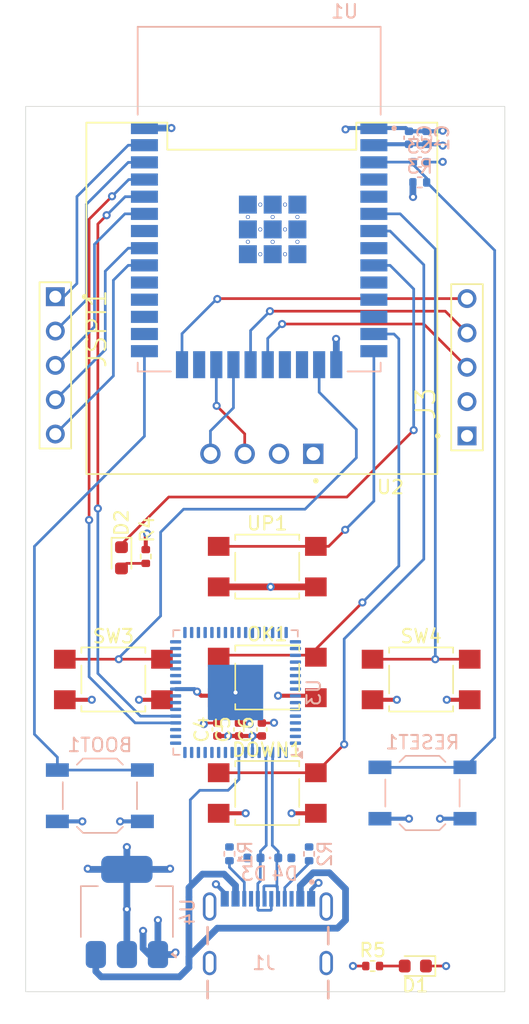
<source format=kicad_pcb>
(kicad_pcb (version 20241229) (generator "pcbnew") (generator_version "9.0")
  (title_block (title "ESP32 DEV BOARD") (rev "1"))
  (layers (0 "F.Cu" signal) (4 "In1.Cu" signal) (6 "In2.Cu" signal) (2 "B.Cu" signal) (13 "F.Paste" user) (15 "B.Paste" user) (5 "F.SilkS" user "F.Silkscreen") (7 "B.SilkS" user "B.Silkscreen") (1 "F.Mask" user) (3 "B.Mask" user) (25 "Edge.Cuts" user))
  (net 0 "")
  (net 1 "GND")
  (net 2 "/SCK")
  (net 3 "/MOSI")
  (net 4 "/MISO")
  (net 5 "/IRQ")
  (net 8 "/IO20")
  (net 9 "/IO19")
  (net 10 "/IO24")
  (net 11 "/BOOT")
  (net 17 "/SW1")
  (net 18 "/SW2")
  (net 19 "/SW3")
  (net 20 "/SW4")
  (net 21 "/CS{slash}SDA")
  (net 23 "SHELL_GND")
  (net 24 "SHELL_GND_1")
  (net 25 "VBUS")
  (net 26 "/D+")
  (net 27 "/D-")
  (net 28 "Net-(J1-CC2)")
  (net 30 "SHELL_GND_2")
  (net 31 "Net-(J1-CC1)")
  (net 32 "/RESET")
  (net 36 "SHELL_GND_3")
  (net 49 "/SW5")
  (net 50 "/Status LED")
  (net 53 "Net-(D2-A)")
  (net 54 "/SCL")
  (net 60 "/SDA")
  (net 62 "/3v3")
  (net 63 "/RST")
  (net 64 "/RX")
  (net 65 "/TX")
  (net 66 "Net-(D1-A)")
  (footprint "Button_Switch_SMD:SW_SPST_TL3305A" (layer "F.Cu") (at 100.9 96.4)
    (property "Reference" "SW3")
    (property "Value" "SW_SPST")
  )
  (footprint "5_pin_connector:5_pin_connector" (layer "F.Cu") (at 127.1 73.3 90)
    (property "Reference" "J3")
    (property "Value" "5-146280-5")
  )
  (footprint "Capacitor_SMD:C_0402_1005Metric" (layer "F.Cu") (at 108.6 100.1 90)
    (property "Reference" "C4")
    (property "Value" "10uF")
  )
  (footprint "Button_Switch_SMD:SW_SPST_TL3305A" (layer "F.Cu") (at 112.3 88.05)
    (property "Reference" "UP1")
    (property "Value" "SW_SPST")
  )
  (footprint "Button_Switch_SMD:SW_SPST_TL3305A" (layer "F.Cu") (at 123.7 96.4)
    (property "Reference" "SW4")
    (property "Value" "SW_SPST")
  )
  (footprint "Button_Switch_SMD:SW_SPST_TL3305A" (layer "F.Cu") (at 112.3 96.25)
    (property "Reference" "OK1")
    (property "Value" "SW_SPST")
  )
  (footprint "Resistor_SMD:R_0402_1005Metric" (layer "F.Cu") (at 120.11 117.6)
    (property "Reference" "R5")
    (property "Value" "1k")
  )
  (footprint "LED_SMD:LED_0603_1608Metric" (layer "F.Cu") (at 101.5 87.4 -90)
    (property "Reference" "D2")
    (property "Value" "LED")
  )
  (footprint "Resistor_SMD:R_0402_1005Metric" (layer "F.Cu") (at 103.3 87.3 -90)
    (property "Reference" "R4")
    (property "Value" "1k")
  )
  (footprint "Capacitor_SMD:C_0402_1005Metric" (layer "F.Cu") (at 110.2 100.1 90)
    (property "Reference" "C5")
    (property "Value" "1uF")
  )
  (footprint "OLED096-ssd1306:OLED096-ssd1306" (layer "F.Cu") (at 111.9 68.2 180)
    (property "Reference" "U2")
    (property "Value" "DM-OLED096-636")
  )
  (footprint "LED_SMD:LED_0603_1608Metric" (layer "F.Cu") (at 123.27 117.6 180)
    (property "Reference" "D1")
    (property "Value" "PWR LED")
  )
  (footprint "Capacitor_SMD:C_0402_1005Metric" (layer "F.Cu") (at 111.9 100.1 90)
    (property "Reference" "C6")
    (property "Value" "100nF")
  )
  (footprint "Button_Switch_SMD:SW_SPST_TL3305A" (layer "F.Cu") (at 112.3 104.8)
    (property "Reference" "DOWN1")
    (property "Value" "SW_SPST")
  )
  (footprint "5_pin_connector:5_pin_connector" (layer "F.Cu") (at 96.6 73.16 -90)
    (property "Reference" "JSPI1")
    (property "Value" "5-146280-5")
  )
  (footprint "Button_Switch_SMD:SW_SPST_TL3342" (layer "B.Cu") (at 123.8 104.8 180)
    (property "Reference" "RESET1")
    (property "Value" "SW_SPST")
  )
  (footprint "Capacitor_SMD:C_0402_1005Metric" (layer "B.Cu") (at 123.6 58.12 180)
    (property "Reference" "C3")
    (property "Value" "1uF")
  )
  (footprint "Resistor_SMD:R_0402_1005Metric" (layer "B.Cu") (at 109.5 109.3 90)
    (property "Reference" "R1")
    (property "Value" "5.1k")
  )
  (footprint "USB_C_4105-GF-A:USB_C_4105-GF-A" (layer "B.Cu") (at 112.35 117.38 180)
    (property "Reference" "J1")
    (property "Value" "USB4105-GF-A")
  )
  (footprint "Resistor_SMD:R_0402_1005Metric" (layer "B.Cu") (at 115.4 109.3 90)
    (property "Reference" "R2")
    (property "Value" "5.1k")
  )
  (footprint "Package_TO_SOT_SMD:SOT-223-3_TabPin2" (layer "B.Cu") (at 101.9 113.6 90)
    (property "Reference" "U4")
    (property "Value" "AMS1117-3.3")
  )
  (footprint "Resistor_SMD:R_0402_1005Metric" (layer "B.Cu") (at 123.6 59.62 180)
    (property "Reference" "R3")
    (property "Value" "10k")
  )
  (footprint "ESP32-WROOM-32D-N4:MODULE_ESP32-WROOM-32D-N4" (layer "B.Cu") (at 111.7 60.86 180)
    (property "Reference" "U1")
    (property "Value" "ESP32-WROOM-32D-N4")
  )
  (footprint "Diode_SMD:D_0402_1005Metric" (layer "B.Cu") (at 113.6 109.6)
    (property "Reference" "D4")
    (property "Value" "ESD")
  )
  (footprint "Diode_SMD:D_0402_1005Metric" (layer "B.Cu") (at 111.315 109.6)
    (property "Reference" "D3")
    (property "Value" "ESD")
  )
  (footprint "Button_Switch_SMD:SW_SPST_TL3342" (layer "B.Cu") (at 99.9 105 180)
    (property "Reference" "BOOT1")
    (property "Value" "SW_SPST")
  )
  (footprint "Capacitor_SMD:C_0402_1005Metric" (layer "B.Cu") (at 124.1 56.32 90)
    (property "Reference" "C1")
    (property "Value" "10uF")
  )
  (footprint "Package_DFN_QFN:QFN-64-1EP_9x9mm_P0.5mm_EP4.1x4.1mm" (layer "B.Cu") (at 109.95 97.3625 90)
    (property "Reference" "U3")
    (property "Value" "CP2102N-Axx-xQFN24")
  )
  (footprint "Capacitor_SMD:C_0402_1005Metric" (layer "B.Cu") (at 122.8 56.32 90)
    (property "Reference" "C2")
    (property "Value" "0.1uF")
  )
  (gr_rect (start 94.4 54) (end 129.9 119.5) (stroke (width 0.05)) (fill no) (layer "Edge.Cuts"))
  (segment (start 112.55 89.55) (end 115.9 89.55) (width 0.5) (layer "F.Cu") (net 1))
  (segment (start 107.4 97.6) (end 107.1 97.3) (width 0.3) (layer "F.Cu") (net 1))
  (segment (start 120.1 97.9) (end 121.9 97.9) (width 0.3) (layer "F.Cu") (net 1))
  (segment (start 108.6 99.62) (end 107.68 99.62) (width 0.2) (layer "F.Cu") (net 1))
  (segment (start 97.3 97.9) (end 99.3 97.9) (width 0.3) (layer "F.Cu") (net 1))
  (segment (start 115.9 106.3) (end 114.1 106.3) (width 0.3) (layer "F.Cu") (net 1))
  (segment (start 104.5 97.9) (end 102.8 97.9) (width 0.3) (layer "F.Cu") (net 1))
  (segment (start 108.7 106.3) (end 110.6 106.3) (width 0.3) (layer "F.Cu") (net 1))
  (segment (start 110.2 99.62) (end 110.92 99.62) (width 0.2) (layer "F.Cu") (net 1))
  (segment (start 110.6 106.3) (end 110.7 106.3) (width 0.3) (layer "F.Cu") (net 1))
  (segment (start 124.0575 117.6) (end 125.55 117.6) (width 0.2) (layer "F.Cu") (net 1))
  (segment (start 127.3 97.9) (end 125.6 97.9) (width 0.3) (layer "F.Cu") (net 1))
  (segment (start 108.7 89.55) (end 112.55 89.55) (width 0.5) (layer "F.Cu") (net 1))
  (segment (start 108.4 97.6) (end 107.4 97.6) (width 0.3) (layer "F.Cu") (net 1))
  (segment (start 111.9 99.62) (end 112.78 99.62) (width 0.2) (layer "F.Cu") (net 1))
  (segment (start 107.68 99.62) (end 107.6 99.7) (width 0.2) (layer "F.Cu") (net 1))
  (segment (start 112.78 99.62) (end 112.8 99.6) (width 0.2) (layer "F.Cu") (net 1))
  (segment (start 115.6 97.6) (end 113.1 97.6) (width 0.3) (layer "F.Cu") (net 1))
  (segment (start 110.92 99.62) (end 111 99.7) (width 0.2) (layer "F.Cu") (net 1))
  (via (at 125.6 97.9) (size 0.6) (drill 0.3) (layers "F.Cu" "B.Cu") (net 1))
  (via (at 99.3 97.9) (size 0.6) (drill 0.3) (layers "F.Cu" "B.Cu") (net 1))
  (via (at 112.8 99.6) (size 0.6) (drill 0.3) (layers "F.Cu" "B.Cu") (net 1))
  (via (at 116.1 111.45) (size 0.6) (drill 0.3) (layers "F.Cu" "B.Cu") (net 1))
  (via (at 107.1 97.3) (size 0.6) (drill 0.3) (layers "F.Cu" "B.Cu") (net 1))
  (via (at 121.9 97.9) (size 0.6) (drill 0.3) (layers "F.Cu" "B.Cu") (net 1))
  (via (at 102.8 97.9) (size 0.6) (drill 0.3) (layers "F.Cu" "B.Cu") (net 1))
  (via (at 122.8 106.7) (size 0.6) (drill 0.3) (layers "F.Cu" "B.Cu") (net 1))
  (via (at 110.7 106.3) (size 0.6) (drill 0.3) (layers "F.Cu" "B.Cu") (net 1))
  (via (at 101.4 106.9) (size 0.6) (drill 0.3) (layers "F.Cu" "B.Cu") (net 1))
  (via (at 114.1 106.3) (size 0.6) (drill 0.3) (layers "F.Cu" "B.Cu") (net 1))
  (via (at 108.5 111.55) (size 0.6) (drill 0.3) (layers "F.Cu" "B.Cu") (net 1))
  (via (at 111 99.7) (size 0.6) (drill 0.3) (layers "F.Cu" "B.Cu") (net 1))
  (via (at 109.95 97.3625) (size 0.6) (drill 0.3) (layers "F.Cu" "B.Cu") (net 1))
  (via (at 112.55 89.55) (size 0.6) (drill 0.3) (layers "F.Cu" "B.Cu") (net 1))
  (via (at 98.6 106.9) (size 0.6) (drill 0.3) (layers "F.Cu" "B.Cu") (net 1))
  (via (at 104.2 114.2) (size 0.6) (drill 0.3) (layers "F.Cu" "B.Cu") (net 1))
  (via (at 125.55 117.6) (size 0.6) (drill 0.3) (layers "F.Cu" "B.Cu") (net 1))
  (via (at 105.5 116.6) (size 0.6) (drill 0.3) (layers "F.Cu" "B.Cu") (net 1))
  (via (at 125.3 55.8) (size 0.6) (drill 0.3) (layers "F.Cu" "B.Cu") (net 1))
  (via (at 125.1 106.7) (size 0.6) (drill 0.3) (layers "F.Cu" "B.Cu") (net 1))
  (via (at 125.3 58.1) (size 0.6) (drill 0.3) (layers "F.Cu" "B.Cu") (net 1))
  (via (at 107.6 99.7) (size 0.6) (drill 0.3) (layers "F.Cu" "B.Cu") (net 1))
  (via (at 118.1 55.7) (size 0.6) (drill 0.3) (layers "F.Cu" "B.Cu") (net 1))
  (via (at 103.1 115) (size 0.6) (drill 0.3) (layers "F.Cu" "B.Cu") (net 1))
  (via (at 105.2 55.6) (size 0.6) (drill 0.3) (layers "F.Cu" "B.Cu") (net 1))
  (via (at 113.1 97.6) (size 0.6) (drill 0.3) (layers "F.Cu" "B.Cu") (net 1))
  (via (at 117.4 71.2) (size 0.6) (drill 0.3) (layers "F.Cu" "B.Cu") (net 1))
  (segment (start 125.28 58.12) (end 125.3 58.1) (width 0.2) (layer "B.Cu") (net 1))
  (segment (start 109.15 112.2) (end 108.5 111.55) (width 0.3) (layer "B.Cu") (net 1))
  (segment (start 125.26 55.84) (end 125.3 55.8) (width 0.3) (layer "B.Cu") (net 1))
  (segment (start 104.2 116.75) (end 104.2 114.2) (width 0.5) (layer "B.Cu") (net 1))
  (segment (start 103.55 116.75) (end 103.101 116.301) (width 0.5) (layer "B.Cu") (net 1))
  (segment (start 124.1 55.84) (end 125.26 55.84) (width 0.3) (layer "B.Cu") (net 1))
  (segment (start 103.101 116.301) (end 103.101 116.1) (width 0.5) (layer "B.Cu") (net 1))
  (segment (start 120.2 55.6) (end 118.2 55.6) (width 0.3) (layer "B.Cu") (net 1))
  (segment (start 103.05 106.9) (end 101.4 106.9) (width 0.3) (layer "B.Cu") (net 1))
  (segment (start 120.65 106.7) (end 122.8 106.7) (width 0.3) (layer "B.Cu") (net 1))
  (segment (start 115.55 112.625) (end 115.55 111.95) (width 0.3) (layer "B.Cu") (net 1))
  (segment (start 109.15 112.625) (end 109.15 112.2) (width 0.3) (layer "B.Cu") (net 1))
  (segment (start 106.9125 97.1125) (end 105.5125 97.1125) (width 0.3) (layer "B.Cu") (net 1))
  (segment (start 117.415 73.11) (end 117.415 71.215) (width 0.5) (layer "B.Cu") (net 1))
  (segment (start 105.35 116.75) (end 105.5 116.6) (width 0.5) (layer "B.Cu") (net 1))
  (segment (start 103.2 55.6) (end 105.2 55.6) (width 0.5) (layer "B.Cu") (net 1))
  (segment (start 118.2 55.6) (end 118.1 55.7) (width 0.3) (layer "B.Cu") (net 1))
  (segment (start 117.415 71.215) (end 117.4 71.2) (width 0.5) (layer "B.Cu") (net 1))
  (segment (start 124.08 58.12) (end 125.28 58.12) (width 0.2) (layer "B.Cu") (net 1))
  (segment (start 126.95 106.7) (end 125.1 106.7) (width 0.3) (layer "B.Cu") (net 1))
  (segment (start 104.2 116.75) (end 105.35 116.75) (width 0.5) (layer "B.Cu") (net 1))
  (segment (start 107.1 97.3) (end 106.9125 97.1125) (width 0.3) (layer "B.Cu") (net 1))
  (segment (start 103.101 115.001) (end 103.1 115) (width 0.5) (layer "B.Cu") (net 1))
  (segment (start 104.2 116.75) (end 103.55 116.75) (width 0.5) (layer "B.Cu") (net 1))
  (segment (start 122.56 55.6) (end 122.8 55.84) (width 0.3) (layer "B.Cu") (net 1))
  (segment (start 120.2 55.6) (end 122.56 55.6) (width 0.3) (layer "B.Cu") (net 1))
  (segment (start 122.8 55.84) (end 124.1 55.84) (width 0.3) (layer "B.Cu") (net 1))
  (segment (start 103.101 116.1) (end 103.101 115.001) (width 0.5) (layer "B.Cu") (net 1))
  (segment (start 115.55 111.95) (end 116.1 111.4) (width 0.3) (layer "B.Cu") (net 1))
  (segment (start 116.1 111.4) (end 116.1 111.45) (width 0.3) (layer "B.Cu") (net 1))
  (segment (start 96.75 106.9) (end 98.6 106.9) (width 0.3) (layer "B.Cu") (net 1))
  (segment (start 100.9 66.86) (end 100.9 73.94) (width 0.2) (layer "B.Cu") (net 2))
  (segment (start 102 65.76) (end 100.9 66.86) (width 0.2) (layer "B.Cu") (net 2))
  (segment (start 103.2 65.76) (end 102 65.76) (width 0.2) (layer "B.Cu") (net 2))
  (segment (start 100.9 73.94) (end 96.6 78.24) (width 0.2) (layer "B.Cu") (net 2))
  (segment (start 98.2 60.67) (end 98.2 67.1) (width 0.2) (layer "B.Cu") (net 3))
  (segment (start 98.2 67.1) (end 97.22 68.08) (width 0.2) (layer "B.Cu") (net 3))
  (segment (start 103.2 56.87) (end 102 56.87) (width 0.2) (layer "B.Cu") (net 3))
  (segment (start 102 56.87) (end 98.2 60.67) (width 0.2) (layer "B.Cu") (net 3))
  (segment (start 97.22 68.08) (end 96.6 68.08) (width 0.2) (layer "B.Cu") (net 3))
  (segment (start 103.2 64.49) (end 102 64.49) (width 0.2) (layer "B.Cu") (net 4))
  (segment (start 100.3 66.19) (end 100.3 72) (width 0.2) (layer "B.Cu") (net 4))
  (segment (start 102 64.49) (end 100.3 66.19) (width 0.2) (layer "B.Cu") (net 4))
  (segment (start 100.3 72) (end 96.6 75.7) (width 0.2) (layer "B.Cu") (net 4))
  (segment (start 96.64 73.16) (end 96.6 73.16) (width 0.2) (layer "B.Cu") (net 5))
  (segment (start 99.5 64.2) (end 99.5 70.3) (width 0.2) (layer "B.Cu") (net 5))
  (segment (start 99.5 70.3) (end 96.64 73.16) (width 0.2) (layer "B.Cu") (net 5))
  (segment (start 101.75 61.95) (end 99.5 64.2) (width 0.2) (layer "B.Cu") (net 5))
  (segment (start 103.2 61.95) (end 101.75 61.95) (width 0.2) (layer "B.Cu") (net 5))
  (segment (start 112.5 69.15) (end 125.49 69.15) (width 0.2) (layer "F.Cu") (net 8))
  (segment (start 125.49 69.15) (end 127.1 70.76) (width 0.2) (layer "F.Cu") (net 8))
  (via (at 112.5 69.15) (size 0.6) (drill 0.3) (layers "F.Cu" "B.Cu") (net 8))
  (segment (start 111.065 70.585) (end 112.5 69.15) (width 0.2) (layer "B.Cu") (net 8))
  (segment (start 111.065 73.11) (end 111.065 70.585) (width 0.2) (layer "B.Cu") (net 8))
  (segment (start 113.4 70.1) (end 123.9 70.1) (width 0.2) (layer "F.Cu") (net 9))
  (segment (start 123.9 70.1) (end 127.1 73.3) (width 0.2) (layer "F.Cu") (net 9))
  (via (at 113.4 70.1) (size 0.6) (drill 0.3) (layers "F.Cu" "B.Cu") (net 9))
  (segment (start 112.335 73.11) (end 112.335 71.165) (width 0.2) (layer "B.Cu") (net 9))
  (segment (start 112.335 71.165) (end 113.4 70.1) (width 0.2) (layer "B.Cu") (net 9))
  (segment (start 108.63 68.22) (end 127.1 68.22) (width 0.2) (layer "F.Cu") (net 10))
  (segment (start 108.6 68.25) (end 108.63 68.22) (width 0.2) (layer "F.Cu") (net 10))
  (via (at 108.6 68.25) (size 0.6) (drill 0.3) (layers "F.Cu" "B.Cu") (net 10))
  (segment (start 105.985 70.815) (end 107.1 69.7) (width 0.2) (layer "B.Cu") (net 10))
  (segment (start 107.1 69.7) (end 108.55 68.25) (width 0.2) (layer "B.Cu") (net 10))
  (segment (start 108.55 68.25) (end 108.6 68.25) (width 0.2) (layer "B.Cu") (net 10))
  (segment (start 105.985 73.11) (end 105.985 70.815) (width 0.2) (layer "B.Cu") (net 10))
  (segment (start 95.05 86.55) (end 95.05 100.45) (width 0.2) (layer "B.Cu") (net 11))
  (segment (start 96.75 102.15) (end 96.75 103.1) (width 0.2) (layer "B.Cu") (net 11))
  (segment (start 95.05 100.45) (end 96.75 102.15) (width 0.2) (layer "B.Cu") (net 11))
  (segment (start 96.75 103.1) (end 103.05 103.1) (width 0.2) (layer "B.Cu") (net 11))
  (segment (start 103.2 78.4) (end 95.05 86.55) (width 0.2) (layer "B.Cu") (net 11))
  (segment (start 103.2 72.11) (end 103.2 78.4) (width 0.2) (layer "B.Cu") (net 11))
  (segment (start 120.1 94.9) (end 124.75 94.9) (width 0.2) (layer "F.Cu") (net 17))
  (segment (start 124.75 94.9) (end 127.3 94.9) (width 0.2) (layer "F.Cu") (net 17))
  (via (at 124.75 94.9) (size 0.6) (drill 0.3) (layers "F.Cu" "B.Cu") (net 17))
  (segment (start 124.75 94.9) (end 124.75 64.55) (width 0.2) (layer "B.Cu") (net 17))
  (segment (start 124.75 64.55) (end 122.15 61.95) (width 0.2) (layer "B.Cu") (net 17))
  (segment (start 122.15 61.95) (end 120.2 61.95) (width 0.2) (layer "B.Cu") (net 17))
  (segment (start 108.7 103.3) (end 115.9 103.3) (width 0.2) (layer "F.Cu") (net 18))
  (segment (start 115.9 103.3) (end 118 101.2) (width 0.2) (layer "F.Cu") (net 18))
  (via (at 118 101.2) (size 0.6) (drill 0.3) (layers "F.Cu" "B.Cu") (net 18))
  (segment (start 118 101.2) (end 118 101.3) (width 0.2) (layer "B.Cu") (net 18))
  (segment (start 123.9 87.5) (end 118 93.4) (width 0.2) (layer "B.Cu") (net 18))
  (segment (start 118 93.4) (end 118 101.2) (width 0.2) (layer "B.Cu") (net 18))
  (segment (start 121.4 63.22) (end 123.9 65.72) (width 0.2) (layer "B.Cu") (net 18))
  (segment (start 123.9 65.72) (end 123.9 87.5) (width 0.2) (layer "B.Cu") (net 18))
  (segment (start 120.2 63.22) (end 121.4 63.22) (width 0.2) (layer "B.Cu") (net 18))
  (segment (start 101.3 94.9) (end 104.5 94.9) (width 0.2) (layer "F.Cu") (net 19))
  (segment (start 97.3 94.9) (end 101.3 94.9) (width 0.2) (layer "F.Cu") (net 19))
  (via (at 101.3 94.9) (size 0.6) (drill 0.3) (layers "F.Cu" "B.Cu") (net 19))
  (segment (start 101.3 94.8) (end 101.3 94.9) (width 0.2) (layer "B.Cu") (net 19))
  (segment (start 104.4 91.7) (end 101.3 94.8) (width 0.2) (layer "B.Cu") (net 19))
  (segment (start 116.145 75.145) (end 118.9 77.9) (width 0.2) (layer "B.Cu") (net 19))
  (segment (start 116.145 73.11) (end 116.145 75.145) (width 0.2) (layer "B.Cu") (net 19))
  (segment (start 106.1 83.8) (end 104.4 85.5) (width 0.2) (layer "B.Cu") (net 19))
  (segment (start 104.4 85.5) (end 104.4 91.7) (width 0.2) (layer "B.Cu") (net 19))
  (segment (start 118.9 80) (end 115.1 83.8) (width 0.2) (layer "B.Cu") (net 19))
  (segment (start 115.1 83.8) (end 106.1 83.8) (width 0.2) (layer "B.Cu") (net 19))
  (segment (start 118.9 77.9) (end 118.9 80) (width 0.2) (layer "B.Cu") (net 19))
  (segment (start 118.075 85.325) (end 116.85 86.55) (width 0.2) (layer "F.Cu") (net 20))
  (segment (start 108.7 86.55) (end 115.9 86.55) (width 0.2) (layer "F.Cu") (net 20))
  (segment (start 116.85 86.55) (end 115.9 86.55) (width 0.2) (layer "F.Cu") (net 20))
  (via (at 118.075 85.325) (size 0.6) (drill 0.3) (layers "F.Cu" "B.Cu") (net 20))
  (segment (start 118.075 85.325) (end 120.2 83.2) (width 0.2) (layer "B.Cu") (net 20))
  (segment (start 120.2 83.2) (end 120.2 72.11) (width 0.2) (layer "B.Cu") (net 20))
  (segment (start 98.9 61.24) (end 98.9 68.32) (width 0.2) (layer "B.Cu") (net 21))
  (segment (start 98.9 68.32) (end 96.6 70.62) (width 0.2) (layer "B.Cu") (net 21))
  (segment (start 102 58.14) (end 98.9 61.24) (width 0.2) (layer "B.Cu") (net 21))
  (segment (start 103.2 58.14) (end 102 58.14) (width 0.2) (layer "B.Cu") (net 21))
  (segment (start 110.2 101.8) (end 110.2 103.8) (width 0.2) (layer "B.Cu") (net 25))
  (segment (start 117.5 114.8) (end 108.6 114.8) (width 0.5) (layer "B.Cu") (net 25))
  (segment (start 100 118.4) (end 99.6 118) (width 0.5) (layer "B.Cu") (net 25))
  (segment (start 106.5 117.4) (end 106.5 117.7) (width 0.5) (layer "B.Cu") (net 25))
  (segment (start 110.2 103.8) (end 109.4 104.6) (width 0.2) (layer "B.Cu") (net 25))
  (segment (start 107.5 110.8) (end 109.102 110.8) (width 0.5) (layer "B.Cu") (net 25))
  (segment (start 106.5 111.8) (end 107.5 110.8) (width 0.5) (layer "B.Cu") (net 25))
  (segment (start 114.75 111.65) (end 115.7 110.7) (width 0.5) (layer "B.Cu") (net 25))
  (segment (start 109.95 111.648) (end 109.95 112.625) (width 0.5) (layer "B.Cu") (net 25))
  (segment (start 114.75 112.625) (end 114.75 111.65) (width 0.5) (layer "B.Cu") (net 25))
  (segment (start 106.6 112.4) (end 106.5 112.5) (width 0.2) (layer "B.Cu") (net 25))
  (segment (start 106.5 112.5) (end 106.5 111.8) (width 0.5) (layer "B.Cu") (net 25))
  (segment (start 106.5 117.7) (end 105.8 118.4) (width 0.5) (layer "B.Cu") (net 25))
  (segment (start 108.6 114.8) (end 106.5 116.9) (width 0.5) (layer "B.Cu") (net 25))
  (segment (start 118.1 114.2) (end 117.5 114.8) (width 0.5) (layer "B.Cu") (net 25))
  (segment (start 109.4 104.6) (end 107.3 104.6) (width 0.2) (layer "B.Cu") (net 25))
  (segment (start 106.5 117.4) (end 106.5 112.5) (width 0.5) (layer "B.Cu") (net 25))
  (segment (start 116.9 110.7) (end 118.1 111.9) (width 0.5) (layer "B.Cu") (net 25))
  (segment (start 106.5 116.9) (end 106.5 117.4) (width 0.5) (layer "B.Cu") (net 25))
  (segment (start 106.6 105.3) (end 106.6 112.4) (width 0.2) (layer "B.Cu") (net 25))
  (segment (start 107.3 104.6) (end 106.6 105.3) (width 0.2) (layer "B.Cu") (net 25))
  (segment (start 105.8 118.4) (end 100 118.4) (width 0.5) (layer "B.Cu") (net 25))
  (segment (start 109.102 110.8) (end 109.95 111.648) (width 0.5) (layer "B.Cu") (net 25))
  (segment (start 118.1 111.9) (end 118.1 114.2) (width 0.5) (layer "B.Cu") (net 25))
  (segment (start 99.6 118) (end 99.6 116.75) (width 0.5) (layer "B.Cu") (net 25))
  (segment (start 115.7 110.7) (end 116.9 110.7) (width 0.5) (layer "B.Cu") (net 25))
  (segment (start 111.6 113.427) (end 111.649 113.476) (width 0.2) (layer "B.Cu") (net 26))
  (segment (start 111.6 112.6) (end 111.6 113.427) (width 0.2) (layer "B.Cu") (net 26))
  (segment (start 111.785 111.315) (end 111.785 109.6) (width 0.2) (layer "B.Cu") (net 26))
  (segment (start 111.6 112.6) (end 111.6 111.5) (width 0.2) (layer "B.Cu") (net 26))
  (segment (start 111.8 109.1) (end 112.225 108.675) (width 0.2) (layer "B.Cu") (net 26))
  (segment (start 112.551 113.476) (end 112.6 113.427) (width 0.2) (layer "B.Cu") (net 26))
  (segment (start 112.225 102.443751) (end 112.2 102.418751) (width 0.2) (layer "B.Cu") (net 26))
  (segment (start 112.225 108.675) (end 112.225 102.443751) (width 0.2) (layer "B.Cu") (net 26))
  (segment (start 112.6 113.427) (end 112.6 112.6) (width 0.2) (layer "B.Cu") (net 26))
  (segment (start 111.8 109.6) (end 111.8 109.1) (width 0.2) (layer "B.Cu") (net 26))
  (segment (start 111.6 111.5) (end 111.785 111.315) (width 0.2) (layer "B.Cu") (net 26))
  (segment (start 112.2 102.418751) (end 112.2 101.8) (width 0.2) (layer "B.Cu") (net 26))
  (segment (start 111.649 113.476) (end 112.551 113.476) (width 0.2) (layer "B.Cu") (net 26))
  (segment (start 113.05 111.9) (end 113.05 112.545) (width 0.2) (layer "B.Cu") (net 27))
  (segment (start 113.05 111.718) (end 113.05 111.9) (width 0.2) (layer "B.Cu") (net 27))
  (segment (start 113.05 111.8) (end 113.015 111.765) (width 0.2) (layer "B.Cu") (net 27))
  (segment (start 112.675 102.443751) (end 112.675 108.675) (width 0.2) (layer "B.Cu") (net 27))
  (segment (start 112.05 112.545) (end 112.05 111.718) (width 0.2) (layer "B.Cu") (net 27))
  (segment (start 113.001 111.669) (end 113.05 111.718) (width 0.2) (layer "B.Cu") (net 27))
  (segment (start 112.7 101.8) (end 112.7 102.418751) (width 0.2) (layer "B.Cu") (net 27))
  (segment (start 112.099 111.669) (end 113.001 111.669) (width 0.2) (layer "B.Cu") (net 27))
  (segment (start 112.7 102.418751) (end 112.675 102.443751) (width 0.2) (layer "B.Cu") (net 27))
  (segment (start 112.675 108.675) (end 113.115 109.115) (width 0.2) (layer "B.Cu") (net 27))
  (segment (start 113.05 111.9) (end 113.05 111.8) (width 0.2) (layer "B.Cu") (net 27))
  (segment (start 113.115 109.115) (end 113.115 109.6) (width 0.2) (layer "B.Cu") (net 27))
  (segment (start 113.015 111.765) (end 113.015 109.6) (width 0.2) (layer "B.Cu") (net 27))
  (segment (start 112.05 111.718) (end 112.099 111.669) (width 0.2) (layer "B.Cu") (net 27))
  (segment (start 110.6 112.625) (end 110.6 111.4) (width 0.2) (layer "B.Cu") (net 28))
  (segment (start 109.5 110.3) (end 109.5 109.81) (width 0.2) (layer "B.Cu") (net 28))
  (segment (start 110.6 111.4) (end 109.5 110.3) (width 0.2) (layer "B.Cu") (net 28))
  (segment (start 113.6 112.625) (end 113.6 111.8) (width 0.2) (layer "B.Cu") (net 31))
  (segment (start 115.4 110) (end 115.4 109.81) (width 0.2) (layer "B.Cu") (net 31))
  (segment (start 113.6 111.8) (end 115.4 110) (width 0.2) (layer "B.Cu") (net 31))
  (segment (start 124.11 59.62) (end 124.12 59.62) (width 0.2) (layer "B.Cu") (net 32))
  (segment (start 124.11 59.31) (end 123.12 58.32) (width 0.2) (layer "B.Cu") (net 32))
  (segment (start 129.15 64.65) (end 129.15 100.7) (width 0.2) (layer "B.Cu") (net 32))
  (segment (start 120.65 102.9) (end 126.95 102.9) (width 0.2) (layer "B.Cu") (net 32))
  (segment (start 123.12 58.12) (end 120.22 58.12) (width 0.2) (layer "B.Cu") (net 32))
  (segment (start 129.15 100.7) (end 126.95 102.9) (width 0.2) (layer "B.Cu") (net 32))
  (segment (start 123.09 58.15) (end 123.12 58.12) (width 0.2) (layer "B.Cu") (net 32))
  (segment (start 124.11 59.62) (end 124.11 59.31) (width 0.2) (layer "B.Cu") (net 32))
  (segment (start 124.12 59.62) (end 129.15 64.65) (width 0.2) (layer "B.Cu") (net 32))
  (segment (start 120.22 58.12) (end 120.2 58.14) (width 0.2) (layer "B.Cu") (net 32))
  (segment (start 123.12 58.32) (end 123.12 58.12) (width 0.2) (layer "B.Cu") (net 32))
  (segment (start 108.4 94.6) (end 115.6 94.6) (width 0.2) (layer "F.Cu") (net 49))
  (segment (start 115.6 94.45) (end 115.6 94.6) (width 0.2) (layer "F.Cu") (net 49))
  (segment (start 119.35 90.7) (end 115.6 94.45) (width 0.2) (layer "F.Cu") (net 49))
  (via (at 119.35 90.7) (size 0.6) (drill 0.3) (layers "F.Cu" "B.Cu") (net 49))
  (segment (start 119.35 90.7) (end 122.05 88) (width 0.2) (layer "B.Cu") (net 49))
  (segment (start 122.05 71.2) (end 121.69 70.84) (width 0.2) (layer "B.Cu") (net 49))
  (segment (start 122.05 88) (end 122.05 71.2) (width 0.2) (layer "B.Cu") (net 49))
  (segment (start 121.69 70.84) (end 120.2 70.84) (width 0.2) (layer "B.Cu") (net 49))
  (segment (start 123.15 77.95) (end 118.2 82.9) (width 0.2) (layer "F.Cu") (net 50))
  (segment (start 105 82.9) (end 101.5 86.4) (width 0.2) (layer "F.Cu") (net 50))
  (segment (start 101.5 86.4) (end 101.5 86.6125) (width 0.2) (layer "F.Cu") (net 50))
  (segment (start 118.2 82.9) (end 105 82.9) (width 0.2) (layer "F.Cu") (net 50))
  (via (at 123.15 77.95) (size 0.6) (drill 0.3) (layers "F.Cu" "B.Cu") (net 50))
  (segment (start 123.15 67.51) (end 121.4 65.76) (width 0.2) (layer "B.Cu") (net 50))
  (segment (start 123.15 77.95) (end 123.15 67.51) (width 0.2) (layer "B.Cu") (net 50))
  (segment (start 121.4 65.76) (end 120.2 65.76) (width 0.2) (layer "B.Cu") (net 50))
  (segment (start 103.3 87.81) (end 101.8775 87.81) (width 0.2) (layer "F.Cu") (net 53))
  (segment (start 101.8775 87.81) (end 101.5 88.1875) (width 0.2) (layer "F.Cu") (net 53))
  (segment (start 108.55 76.15) (end 110.63 78.23) (width 0.2) (layer "F.Cu") (net 54))
  (segment (start 110.63 78.23) (end 110.63 79.7) (width 0.2) (layer "F.Cu") (net 54))
  (via (at 108.55 76.15) (size 0.6) (drill 0.3) (layers "F.Cu" "B.Cu") (net 54))
  (segment (start 108.525 76.125) (end 108.525 73.11) (width 0.2) (layer "B.Cu") (net 54))
  (segment (start 108.55 76.15) (end 108.525 76.125) (width 0.2) (layer "B.Cu") (net 54))
  (segment (start 108.09 78.01) (end 108.09 79.7) (width 0.2) (layer "B.Cu") (net 60))
  (segment (start 109.795 76.305) (end 108.09 78.01) (width 0.2) (layer "B.Cu") (net 60))
  (segment (start 109.795 73.11) (end 109.795 76.305) (width 0.2) (layer "B.Cu") (net 60))
  (segment (start 109.4 100.58) (end 111.2 100.58) (width 0.3) (layer "F.Cu") (net 62))
  (segment (start 103.3 86.79) (end 103.3 85.7) (width 0.3) (layer "F.Cu") (net 62))
  (segment (start 103.3 85.7) (end 103.4 85.6) (width 0.3) (layer "F.Cu") (net 62))
  (segment (start 108.8 100.58) (end 109.4 100.58) (width 0.3) (layer "F.Cu") (net 62))
  (segment (start 111.2 100.58) (end 111.9 100.58) (width 0.3) (layer "F.Cu") (net 62))
  (segment (start 119.6 117.6) (end 118.65 117.6) (width 0.2) (layer "F.Cu") (net 62))
  (via (at 101.9 108.8) (size 0.6) (drill 0.3) (layers "F.Cu" "B.Cu") (net 62))
  (via (at 109.4 100.58) (size 0.6) (drill 0.3) (layers "F.Cu" "B.Cu") (net 62))
  (via (at 111.2 100.58) (size 0.6) (drill 0.3) (layers "F.Cu" "B.Cu") (net 62))
  (via (at 101.9 113.4) (size 0.6) (drill 0.3) (layers "F.Cu" "B.Cu") (net 62))
  (via (at 99 110.4) (size 0.6) (drill 0.3) (layers "F.Cu" "B.Cu") (net 62))
  (via (at 125.3 56.9) (size 0.6) (drill 0.3) (layers "F.Cu" "B.Cu") (net 62))
  (via (at 118.65 117.6) (size 0.6) (drill 0.3) (layers "F.Cu" "B.Cu") (net 62))
  (via (at 103.4 85.6) (size 0.6) (drill 0.3) (layers "F.Cu" "B.Cu") (net 62))
  (via (at 123.1 60.7) (size 0.6) (drill 0.3) (layers "F.Cu" "B.Cu") (net 62))
  (via (at 105.1 110.4) (size 0.6) (drill 0.3) (layers "F.Cu" "B.Cu") (net 62))
  (segment (start 101.9 113.4) (end 101.9 110.45) (width 0.5) (layer "B.Cu") (net 62))
  (segment (start 125.2 56.8) (end 125.3 56.9) (width 0.3) (layer "B.Cu") (net 62))
  (segment (start 105.05 110.45) (end 105.1 110.4) (width 0.5) (layer "B.Cu") (net 62))
  (segment (start 123.09 59.62) (end 123.09 60.69) (width 0.5) (layer "B.Cu") (net 62))
  (segment (start 120.27 56.8) (end 120.2 56.87) (width 0.3) (layer "B.Cu") (net 62))
  (segment (start 99.05 110.45) (end 99 110.4) (width 0.5) (layer "B.Cu") (net 62))
  (segment (start 101.9 110.45) (end 99.05 110.45) (width 0.5) (layer "B.Cu") (net 62))
  (segment (start 101.9 116.75) (end 101.9 113.4) (width 0.5) (layer "B.Cu") (net 62))
  (segment (start 124.1 56.8) (end 125.2 56.8) (width 0.3) (layer "B.Cu") (net 62))
  (segment (start 122.8 56.8) (end 120.27 56.8) (width 0.3) (layer "B.Cu") (net 62))
  (segment (start 101.9 110.45) (end 101.9 108.8) (width 0.5) (layer "B.Cu") (net 62))
  (segment (start 101.9 110.45) (end 105.05 110.45) (width 0.5) (layer "B.Cu") (net 62))
  (segment (start 124.1 56.8) (end 122.8 56.8) (width 0.3) (layer "B.Cu") (net 62))
  (segment (start 111.2 101.8) (end 111.2 100.58) (width 0.2) (layer "B.Cu") (net 62))
  (segment (start 123.09 60.69) (end 123.1 60.7) (width 0.5) (layer "B.Cu") (net 62))
  (segment (start 100.8 60.65) (end 99.1 62.35) (width 0.2) (layer "F.Cu") (net 64))
  (segment (start 99.1 62.35) (end 99.1 84.6) (width 0.2) (layer "F.Cu") (net 64))
  (via (at 99.1 84.6) (size 0.6) (drill 0.3) (layers "F.Cu" "B.Cu") (net 64))
  (via (at 99.1 84.6) (size 0.6) (drill 0.3) (layers "F.Cu" "B.Cu") (net 64))
  (via (at 100.8 60.65) (size 0.6) (drill 0.3) (layers "F.Cu" "B.Cu") (net 64))
  (segment (start 99.1 96.2) (end 99.1 95.45) (width 0.2) (layer "B.Cu") (net 64))
  (segment (start 101.95 99.05) (end 99.1 96.2) (width 0.2) (layer "B.Cu") (net 64))
  (segment (start 105.5125 99.6125) (end 102.5125 99.6125) (width 0.2) (layer "B.Cu") (net 64))
  (segment (start 102.5125 99.6125) (end 101.95 99.05) (width 0.2) (layer "B.Cu") (net 64))
  (segment (start 102.04 59.41) (end 100.8 60.65) (width 0.2) (layer "B.Cu") (net 64))
  (segment (start 99.1 95.45) (end 99.1 84.6) (width 0.2) (layer "B.Cu") (net 64))
  (segment (start 103.2 59.41) (end 102.04 59.41) (width 0.2) (layer "B.Cu") (net 64))
  (segment (start 99.75 62.7) (end 100.4 62.05) (width 0.2) (layer "F.Cu") (net 65))
  (segment (start 99.75 83.75) (end 99.75 62.7) (width 0.2) (layer "F.Cu") (net 65))
  (via (at 100.4 62.05) (size 0.6) (drill 0.3) (layers "F.Cu" "B.Cu") (net 65))
  (via (at 99.75 83.75) (size 0.6) (drill 0.3) (layers "F.Cu" "B.Cu") (net 65))
  (segment (start 99.75 95.95) (end 99.75 83.75) (width 0.2) (layer "B.Cu") (net 65))
  (segment (start 105.5125 99.1125) (end 102.9125 99.1125) (width 0.2) (layer "B.Cu") (net 65))
  (segment (start 102.9125 99.1125) (end 100.9 97.1) (width 0.2) (layer "B.Cu") (net 65))
  (segment (start 101.77 60.68) (end 103.2 60.68) (width 0.2) (layer "B.Cu") (net 65))
  (segment (start 100.4 62.05) (end 101.77 60.68) (width 0.2) (layer "B.Cu") (net 65))
  (segment (start 100.9 97.1) (end 99.75 95.95) (width 0.2) (layer "B.Cu") (net 65))
  (segment (start 120.62 117.6) (end 122.4825 117.6) (width 0.2) (layer "F.Cu") (net 66))
)
</source>
